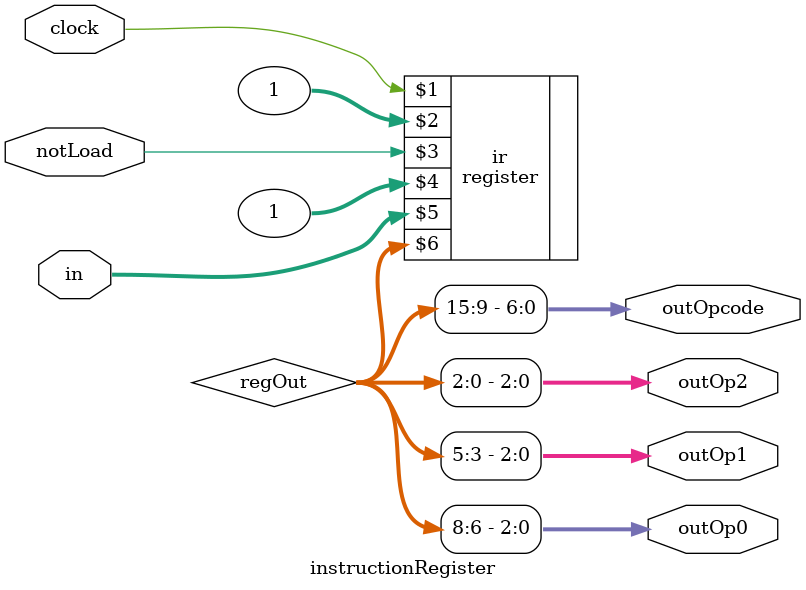
<source format=v>
`ifndef _IR_INCLUDED_
`define _IR_INCLUDED_

`include "register.v"

module instructionRegister(clock, notLoad, in, outOpcode, outOp0, outOp1, outOp2);
	input clock, notLoad;
	input [15:0] in;
	
	wire [15:0] in;
	
	output [6:0] outOpcode;
	output [2:0] outOp0, outOp1, outOp2;

	wire [15:0] regOut;
	
	wire [6:0] outOpcode;
	wire [2:0] outOp0, outOp1, outOp2;
	
	register ir(clock, 1, notLoad, 1, in, regOut);
	
	assign outOpcode = regOut[15:9];
	assign outOp0 = regOut[8:6];
	assign outOp1 = regOut[5:3];
	assign outOp2 = regOut[2:0];
	
endmodule

`endif

</source>
